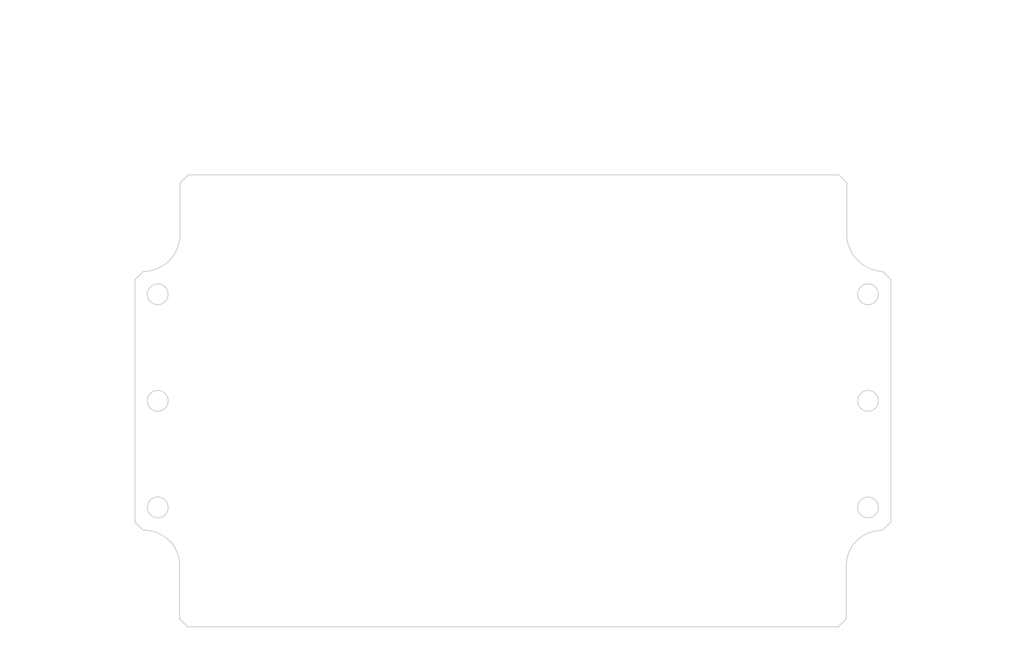
<source format=kicad_pcb>
(kicad_pcb (version 20221018) (generator pcbnew)

  (general
    (thickness 1.6)
  )

  (paper "A4")
  (layers
    (0 "F.Cu" signal)
    (31 "B.Cu" signal)
    (32 "B.Adhes" user "B.Adhesive")
    (33 "F.Adhes" user "F.Adhesive")
    (34 "B.Paste" user)
    (35 "F.Paste" user)
    (36 "B.SilkS" user "B.Silkscreen")
    (37 "F.SilkS" user "F.Silkscreen")
    (38 "B.Mask" user)
    (39 "F.Mask" user)
    (40 "Dwgs.User" user "User.Drawings")
    (41 "Cmts.User" user "User.Comments")
    (42 "Eco1.User" user "User.Eco1")
    (43 "Eco2.User" user "User.Eco2")
    (44 "Edge.Cuts" user)
    (45 "Margin" user)
    (46 "B.CrtYd" user "B.Courtyard")
    (47 "F.CrtYd" user "F.Courtyard")
    (48 "B.Fab" user)
    (49 "F.Fab" user)
  )

  (setup
    (pad_to_mask_clearance 0.051)
    (solder_mask_min_width 0.25)
    (pcbplotparams
      (layerselection 0x00010fc_ffffffff)
      (plot_on_all_layers_selection 0x0000000_00000000)
      (disableapertmacros false)
      (usegerberextensions false)
      (usegerberattributes false)
      (usegerberadvancedattributes false)
      (creategerberjobfile false)
      (dashed_line_dash_ratio 12.000000)
      (dashed_line_gap_ratio 3.000000)
      (svgprecision 4)
      (plotframeref false)
      (viasonmask false)
      (mode 1)
      (useauxorigin false)
      (hpglpennumber 1)
      (hpglpenspeed 20)
      (hpglpendiameter 15.000000)
      (dxfpolygonmode true)
      (dxfimperialunits true)
      (dxfusepcbnewfont true)
      (psnegative false)
      (psa4output false)
      (plotreference true)
      (plotvalue true)
      (plotinvisibletext false)
      (sketchpadsonfab false)
      (subtractmaskfromsilk false)
      (outputformat 1)
      (mirror false)
      (drillshape 1)
      (scaleselection 1)
      (outputdirectory "")
    )
  )

  (net 0 "")

  (gr_line (start 214.700643 153.836962) (end 215.177769 152.958127)
    (stroke (width 0.2) (type solid)) (layer "Dwgs.User") (tstamp 042aaaf4-6a1b-44f5-8902-902a322388ce))
  (gr_line (start 50.758364 65.917523) (end 50.758364 104.900565)
    (stroke (width 0.2) (type solid)) (layer "Dwgs.User") (tstamp 0829e7b8-eaed-4a33-8693-3f32d86141f5))
  (gr_line (start 80.222952 48.594571) (end 75.340595 48.594571)
    (stroke (width 0.2) (type solid)) (layer "Dwgs.User") (tstamp 0a7e2d0f-de6f-48cd-89f1-ce7e39902a8e))
  (gr_line (start 218.821947 87.458001) (end 242.996947 87.458001)
    (stroke (width 0.2) (type solid)) (layer "Dwgs.User") (tstamp 0c0288d5-e74d-4c08-9237-f87ec3fddd0f))
  (gr_line (start 78.821947 87.458001) (end 94.498517 87.458001)
    (stroke (width 0.2) (type solid)) (layer "Dwgs.User") (tstamp 139ceeca-1928-4f82-9b28-c2fe65ccf9c8))
  (gr_line (start 77.821947 87.548) (end 77.821947 87.368001)
    (stroke (width 0.2) (type solid)) (layer "Dwgs.User") (tstamp 27e40169-f9ad-442d-8bbf-d012ccac1107))
  (gr_line (start 224.006828 144.381409) (end 216.628195 137.817491)
    (stroke (width 0.2) (type solid)) (layer "Dwgs.User") (tstamp 2bf3130c-40d3-4511-8865-e5dd33768601))
  (gr_line (start 84.222952 58.069119) (end 148.62248 58.069119)
    (stroke (width 0.2) (type solid)) (layer "Dwgs.User") (tstamp 2c56870e-e759-4ce5-9745-95d33bc0016c))
  (gr_line (start 227.821947 89.458) (end 227.821947 94.400565)
    (stroke (width 0.2) (type solid)) (layer "Dwgs.User") (tstamp 30498143-edb0-4875-b500-e9b4be11af8e))
  (gr_line (start 62.670343 131.94815) (end 62.670343 116.058211)
    (stroke (width 0.2) (type solid)) (layer "Dwgs.User") (tstamp 3641a7de-db21-4388-b808-d9dfa01d5584))
  (gr_line (start 75.340595 32.728842) (end 133.484022 32.728842)
    (stroke (width 0.2) (type solid)) (layer "Dwgs.User") (tstamp 3936cb12-0382-4f30-a89a-14dba6c7b6ed))
  (gr_line (start 222.315404 83.55059) (end 222.315404 29.553842)
    (stroke (width 0.2) (type solid)) (layer "Dwgs.User") (tstamp 3d1ca330-0ed3-4ee0-b4f4-7129cc9606a0))
  (gr_line (start 217.821947 86.458001) (end 217.821947 43.196923)
    (stroke (width 0.2) (type solid)) (layer "Dwgs.User") (tstamp 45ad2105-02b6-4382-952d-bc24461253cc))
  (gr_line (start 82.810452 63.917523) (end 61.040203 63.917523)
    (stroke (width 0.2) (type solid)) (layer "Dwgs.User") (tstamp 4aed2e91-4005-4cf5-a6b5-83e223c816b6))
  (gr_line (start 64.215203 65.917523) (end 64.215203 69.891025)
    (stroke (width 0.2) (type solid)) (layer "Dwgs.User") (tstamp 4ca4e415-6bd6-44ec-9e19-43b9f51dd86c))
  (gr_line (start 77.821947 88.458) (end 77.821947 100.633)
    (stroke (width 0.2) (type solid)) (layer "Dwgs.User") (tstamp 59f5fabf-2bb3-48f2-a09b-9f16063e6862))
  (gr_line (start 91.323517 85.458001) (end 91.323517 79.245777)
    (stroke (width 0.2) (type solid)) (layer "Dwgs.User") (tstamp 5d181430-fea8-40c8-9094-dd02f97f3063))
  (gr_line (start 73.340595 83.55994) (end 73.340595 29.553842)
    (stroke (width 0.2) (type solid)) (layer "Dwgs.User") (tstamp 5ecff17c-4399-4998-97bd-3b106a95d408))
  (gr_line (start 218.821947 129.458) (end 242.996947 129.458)
    (stroke (width 0.2) (type solid)) (layer "Dwgs.User") (tstamp 642dc209-010e-4108-ac9e-84483a6ae053))
  (gr_line (start 215.17777 152.958127) (end 212.742124 152.204729)
    (stroke (width 0.2) (type solid)) (layer "Dwgs.User") (tstamp 66d592b2-df54-4e92-a8ab-ea2f7642e03c))
  (gr_line (start 62.670343 84.97244) (end 62.670343 108.94334)
    (stroke (width 0.2) (type solid)) (layer "Dwgs.User") (tstamp 6b73d427-de4b-4c1b-b189-d3a38cc482ac))
  (gr_line (start 82.712217 152.998478) (end 47.583364 152.998478)
    (stroke (width 0.2) (type solid)) (layer "Dwgs.User") (tstamp 6bb7ee54-3eb2-4dda-80c5-082a4f8b59aa))
  (gr_line (start 212.742124 152.204729) (end 214.700647 153.836961)
    (stroke (width 0.2) (type solid)) (layer "Dwgs.User") (tstamp 6f01976e-5cf2-4082-8f79-2fffdceeed50))
  (gr_line (start 77.731947 87.458001) (end 77.911947 87.458001)
    (stroke (width 0.2) (type solid)) (layer "Dwgs.User") (tstamp 746acf85-cbab-47b4-90aa-cd8b0ff3d3d1))
  (gr_line (start 226.006828 144.381409) (end 224.006828 144.381409)
    (stroke (width 0.2) (type solid)) (layer "Dwgs.User") (tstamp 753673dd-4d93-4000-be55-b91ebfa93712))
  (gr_line (start 88.263396 99.83785) (end 86.263396 99.83785)
    (stroke (width 0.2) (type solid)) (layer "Dwgs.User") (tstamp 7e5ea7d6-37c2-479e-a84b-18313d8029ec))
  (gr_line (start 77.821947 86.458001) (end 77.821947 43.196923)
    (stroke (width 0.2) (type solid)) (layer "Dwgs.User") (tstamp 8294de74-2864-43ba-a55f-be98f053cb56))
  (gr_line (start 239.821947 89.458) (end 239.821947 104.900565)
    (stroke (width 0.2) (type solid)) (layer "Dwgs.User") (tstamp 88394acc-188a-4b4a-85ff-7ef905f8a71e))
  (gr_line (start 82.222952 64.505023) (end 82.222952 45.419571)
    (stroke (width 0.2) (type solid)) (layer "Dwgs.User") (tstamp 8b77146c-0a69-4516-acd1-439f1b4b3843))
  (gr_line (start 218.821947 87.458001) (end 230.996947 87.458001)
    (stroke (width 0.2) (type solid)) (layer "Dwgs.User") (tstamp 92727e64-9fac-442b-9879-af514e08b434))
  (gr_line (start 73.928095 82.97244) (end 61.040203 82.97244)
    (stroke (width 0.2) (type solid)) (layer "Dwgs.User") (tstamp 977acbee-8271-4f35-8829-4095e8252ed8))
  (gr_line (start 218.821947 108.458) (end 230.996947 108.458)
    (stroke (width 0.2) (type solid)) (layer "Dwgs.User") (tstamp 9946dbfa-0d7c-4fe5-8c3f-06ee8b55a131))
  (gr_line (start 212.74212 152.204728) (end 214.700643 153.836962)
    (stroke (width 0.2) (type solid)) (layer "Dwgs.User") (tstamp 99a69209-3c2c-4d2d-911d-8d899f17900e))
  (gr_line (start 79.821947 46.371923) (end 135.662285 46.371923)
    (stroke (width 0.2) (type solid)) (layer "Dwgs.User") (tstamp 9c23c539-a62f-4fc5-ad14-b60809d4cfb5))
  (gr_line (start 91.323517 65.917523) (end 91.323517 72.129747)
    (stroke (width 0.2) (type solid)) (layer "Dwgs.User") (tstamp a587a92e-051c-4063-bdc8-d72b8817ac9b))
  (gr_line (start 239.821947 127.458) (end 239.821947 112.015436)
    (stroke (width 0.2) (type solid)) (layer "Dwgs.User") (tstamp aa2405b2-3322-4e44-8898-2a164db76763))
  (gr_line (start 220.315404 32.728842) (end 142.899848 32.728842)
    (stroke (width 0.2) (type solid)) (layer "Dwgs.User") (tstamp af124477-1ec0-4ed9-955e-263fa9368d82))
  (gr_line (start 82.222952 64.505023) (end 82.222952 54.894119)
    (stroke (width 0.2) (type solid)) (layer "Dwgs.User") (tstamp af8f58bf-1811-4b50-b35b-041ed23b1e43))
  (gr_line (start 71.340595 97.458) (end 69.340595 97.458)
    (stroke (width 0.2) (type solid)) (layer "Dwgs.User") (tstamp afae5b7a-3804-4949-94e6-c374a8d8e8b4))
  (gr_line (start 218.888524 155.541663) (end 221.388524 155.541663)
    (stroke (width 0.2) (type solid)) (layer "Dwgs.User") (tstamp b0b30c30-cd90-44f2-b47b-7b6eead7dcf8))
  (gr_line (start 79.821947 97.458) (end 81.821947 97.458)
    (stroke (width 0.2) (type solid)) (layer "Dwgs.User") (tstamp b4a1821e-dffc-42a1-a11f-87ea2172e87c))
  (gr_line (start 211.634105 58.069119) (end 157.710133 58.069119)
    (stroke (width 0.2) (type solid)) (layer "Dwgs.User") (tstamp b74e2433-6e24-470c-bebb-5c6744857ffc))
  (gr_line (start 86.263396 99.83785) (end 80.10358 90.80414)
    (stroke (width 0.2) (type solid)) (layer "Dwgs.User") (tstamp b7e43566-07af-4563-903d-4f768b10cb14))
  (gr_line (start 215.177769 152.958127) (end 212.74212 152.204728)
    (stroke (width 0.2) (type solid)) (layer "Dwgs.User") (tstamp bc1afcaf-6f59-4391-aceb-32a9be9a36a7))
  (gr_line (start 73.340595 48.594571) (end 69.383727 48.594571)
    (stroke (width 0.2) (type solid)) (layer "Dwgs.User") (tstamp c14efd1a-30b9-4153-b0b1-de9293f1b4dd))
  (gr_line (start 214.939206 153.397545) (end 212.74212 152.204728)
    (stroke (width 0.2) (type solid)) (layer "Dwgs.User") (tstamp c478a862-138a-4c98-a7d9-b3be3f8a9895))
  (gr_line (start 214.700647 153.836961) (end 215.17777 152.958127)
    (stroke (width 0.2) (type solid)) (layer "Dwgs.User") (tstamp c723b6bd-c48e-4a0b-abf3-73397df5e523))
  (gr_line (start 214.939206 153.397545) (end 218.888524 155.541663)
    (stroke (width 0.2) (type solid)) (layer "Dwgs.User") (tstamp d5e2158d-f60e-4ebb-b3f7-90a29930d429))
  (gr_line (start 213.634105 64.505023) (end 213.634105 54.894119)
    (stroke (width 0.2) (type solid)) (layer "Dwgs.User") (tstamp d9616b1f-3f41-410c-aa39-1b75906b74f7))
  (gr_line (start 227.821947 106.458) (end 227.821947 101.515436)
    (stroke (width 0.2) (type solid)) (layer "Dwgs.User") (tstamp ddbdbaf1-75d4-4f49-9023-a1ce554dea58))
  (gr_line (start 64.215203 80.97244) (end 64.215203 76.998938)
    (stroke (width 0.2) (type solid)) (layer "Dwgs.User") (tstamp e1910e92-5d43-45e1-88cf-697b48937ae8))
  (gr_line (start 215.821947 46.371923) (end 145.072313 46.371923)
    (stroke (width 0.2) (type solid)) (layer "Dwgs.User") (tstamp e1ece747-3305-4dd1-9f27-8d8925b7fa6f))
  (gr_line (start 50.758364 150.998478) (end 50.758364 112.015436)
    (stroke (width 0.2) (type solid)) (layer "Dwgs.User") (tstamp e4da064a-2d78-4939-9660-e66017f9c21b))
  (gr_line (start 82.810452 63.917523) (end 47.583364 63.917523)
    (stroke (width 0.2) (type solid)) (layer "Dwgs.User") (tstamp f0631cec-5f24-4a0c-b54f-ba304d9f54ac))
  (gr_line (start 73.340595 83.55994) (end 73.340595 45.419571)
    (stroke (width 0.2) (type solid)) (layer "Dwgs.User") (tstamp f0a8d481-3b34-4699-888e-b1bb4775e775))
  (gr_line (start 73.928095 82.97244) (end 59.495343 82.97244)
    (stroke (width 0.2) (type solid)) (layer "Dwgs.User") (tstamp f735d498-b6aa-4ea6-b8f2-33b9a743dabc))
  (gr_line (start 73.928095 133.94815) (end 59.495343 133.94815)
    (stroke (width 0.2) (type solid)) (layer "Dwgs.User") (tstamp f7d66751-0974-48f4-a626-78897f885192))
  (gr_line (start 82.222952 65.505023) (end 82.222952 75.654261)
    (stroke (width 0.2) (type solid)) (layer "Edge.Cuts") (tstamp 008c8e5d-6de9-424b-b4b9-a90e74aa69db))
  (gr_line (start 213.634105 65.505023) (end 212.046605 63.917523)
    (stroke (width 0.2) (type solid)) (layer "Edge.Cuts") (tstamp 040240d0-65dd-435d-8c0d-65893c88f8af))
  (gr_line (start 212.046605 63.917523) (end 83.810452 63.917523)
    (stroke (width 0.2) (type solid)) (layer "Edge.Cuts") (tstamp 0d22c08e-ee0e-442e-bc0a-3b89d4aee79f))
  (gr_line (start 222.315404 132.361252) (end 222.315404 84.55059)
    (stroke (width 0.2) (type solid)) (layer "Edge.Cuts") (tstamp 0f23b38d-3df5-4746-b528-b77907f34e12))
  (gr_line (start 222.315404 84.55059) (end 220.727904 82.96309)
    (stroke (width 0.2) (type solid)) (layer "Edge.Cuts") (tstamp 14544bdd-b704-4296-96c7-9d2c749581f3))
  (gr_line (start 213.53587 151.410978) (end 213.53587 141.467468)
    (stroke (width 0.2) (type solid)) (layer "Edge.Cuts") (tstamp 19b73804-c591-47a8-8c4e-58190c4192cb))
  (gr_line (start 83.712217 152.998478) (end 211.94837 152.998478)
    (stroke (width 0.2) (type solid)) (layer "Edge.Cuts") (tstamp 26b37dd6-5a68-47d9-8819-abfcc8cc63d4))
  (gr_arc (start 79.284992 81.497545) (mid 77.220672 82.572131) (end 74.928095 82.97244)
    (stroke (width 0.2) (type solid)) (layer "Edge.Cuts") (tstamp 2a4c60aa-0269-4a42-9066-f98c974a7c00))
  (gr_circle (center 77.821947 129.458) (end 79.871947 129.458)
    (stroke (width 0.2) (type solid)) (fill none) (layer "Edge.Cuts") (tstamp 35a5555b-6d14-418b-bc62-6c3257aef876))
  (gr_line (start 211.94837 152.998478) (end 213.53587 151.410978)
    (stroke (width 0.2) (type solid)) (layer "Edge.Cuts") (tstamp 62e1966e-3dff-41f4-94d6-64582fa65fab))
  (gr_circle (center 77.821947 108.458) (end 79.871947 108.458)
    (stroke (width 0.2) (type solid)) (fill none) (layer "Edge.Cuts") (tstamp 66950b99-1612-4a32-93f3-4f7c3731fa71))
  (gr_line (start 213.634105 75.889593) (end 213.634105 65.505023)
    (stroke (width 0.2) (type solid)) (layer "Edge.Cuts") (tstamp 67bc8b32-c099-44dc-9079-cd5e4c8703f2))
  (gr_circle (center 77.821947 87.458001) (end 79.871947 87.458001)
    (stroke (width 0.2) (type solid)) (fill none) (layer "Edge.Cuts") (tstamp 6d8de46d-72bf-4918-909c-510b85bff105))
  (gr_circle (center 217.821947 87.458001) (end 219.871947 87.458001)
    (stroke (width 0.2) (type solid)) (fill none) (layer "Edge.Cuts") (tstamp 7c8723d8-345e-4d12-bfdd-7bab8967f59b))
  (gr_line (start 74.928095 82.97244) (end 73.340595 84.55994)
    (stroke (width 0.2) (type solid)) (layer "Edge.Cuts") (tstamp 88c3d712-a791-4d4b-aeb7-3f9f0d8c8c11))
  (gr_line (start 73.340595 132.36065) (end 74.928095 133.94815)
    (stroke (width 0.2) (type solid)) (layer "Edge.Cuts") (tstamp 89c411d0-db65-476f-9b45-998e1beb92f4))
  (gr_line (start 83.810452 63.917523) (end 82.222952 65.505023)
    (stroke (width 0.2) (type solid)) (layer "Edge.Cuts") (tstamp 8b7b3af3-5e08-4e0c-8d81-996e3c9747d8))
  (gr_arc (start 215.102886 136.523257) (mid 217.640544 134.635484) (end 220.727904 133.948752)
    (stroke (width 0.2) (type solid)) (layer "Edge.Cuts") (tstamp 9417fb64-6407-4aeb-8730-e37e44b85667))
  (gr_line (start 220.727904 133.948752) (end 222.315404 132.361252)
    (stroke (width 0.2) (type solid)) (layer "Edge.Cuts") (tstamp 98d6b4f3-5453-4ddd-827f-4e1455ea481e))
  (gr_arc (start 213.660677 76.514793) (mid 213.640751 76.202475) (end 213.634105 75.889593)
    (stroke (width 0.2) (type solid)) (layer "Edge.Cuts") (tstamp c4d008cb-1d60-439f-b21c-883257011ae2))
  (gr_line (start 82.124717 141.404347) (end 82.124717 151.410978)
    (stroke (width 0.2) (type solid)) (layer "Edge.Cuts") (tstamp cc8a4514-cd03-43cc-9192-d03b3e4d6013))
  (gr_arc (start 213.53587 141.467468) (mid 213.869768 138.852863) (end 215.102885 136.523257)
    (stroke (width 0.2) (type solid)) (layer "Edge.Cuts") (tstamp ce0db287-2df5-47cf-8f54-0ab6aa7a6945))
  (gr_arc (start 220.727903 82.963091) (mid 216.050765 80.992226) (end 213.660677 76.514793)
    (stroke (width 0.2) (type solid)) (layer "Edge.Cuts") (tstamp d116858f-3459-498d-b7cb-510cefa1699d))
  (gr_circle (center 217.821947 108.458) (end 219.871947 108.458)
    (stroke (width 0.2) (type solid)) (fill none) (layer "Edge.Cuts") (tstamp d1641398-ca1e-4155-b136-77ae71f52674))
  (gr_arc (start 82.222952 75.654261) (mid 81.436481 78.919063) (end 79.284993 81.497545)
    (stroke (width 0.2) (type solid)) (layer "Edge.Cuts") (tstamp d6236890-05b1-4d3d-9f3e-fd6411e7bdb0))
  (gr_line (start 73.340595 84.55994) (end 73.340595 132.36065)
    (stroke (width 0.2) (type solid)) (layer "Edge.Cuts") (tstamp e21ac005-a439-4d27-8352-88611b052bd8))
  (gr_line (start 82.124717 151.410978) (end 83.712217 152.998478)
    (stroke (width 0.2) (type solid)) (layer "Edge.Cuts") (tstamp e2986d95-ef18-4096-bfd4-8c0f8be3e680))
  (gr_arc (start 80.675027 136.619102) (mid 81.818423 138.884924) (end 82.124717 141.404347)
    (stroke (width 0.2) (type solid)) (layer "Edge.Cuts") (tstamp e3f12765-a53b-42c6-86d8-b775ff9fe37c))
  (gr_arc (start 74.928095 133.948151) (mid 78.094707 134.652881) (end 80.675027 136.619102)
    (stroke (width 0.2) (type solid)) (layer "Edge.Cuts") (tstamp fc8ef503-3e8f-47f1-85cf-a798b0d38c8c))
  (gr_circle (center 217.821947 129.458) (end 219.871947 129.458)
    (stroke (width 0.2) (type solid)) (fill none) (layer "Edge.Cuts") (tstamp fccfd570-2870-429b-8213-798f23716f11))
  (gr_text " 140.00" (at 140.367299 44.703949) (layer "Dwgs.User") (tstamp 009eeb97-fdf9-47ad-87e6-5f1dc552fb04)
    (effects (font (size 1.7 1.53) (thickness 0.2125)))
  )
  (gr_text "[R0.30]" (at 230.477599 146.27087) (layer "Dwgs.User") (tstamp 08ae8abe-0d35-4968-ba5b-556f41554ea7)
    (effects (font (size 1.7 1.53) (thickness 0.2125)))
  )
  (gr_text "[.35]" (at 65.99488 50.484032) (layer "Dwgs.User") (tstamp 3660f8bf-2ac7-4d33-a144-d7b6c71aaa95)
    (effects (font (size 1.7 1.53) (thickness 0.2125)))
  )
  (gr_text "[5.17]" (at 153.166306 59.95858) (layer "Dwgs.User") (tstamp 3a3a67b2-d23f-47b2-8017-01f0a699bcc5)
    (effects (font (size 1.7 1.53) (thickness 0.2125)))
  )
  (gr_text "[3.51]" (at 50.758364 110.347462) (layer "Dwgs.User") (tstamp 4a532ec5-585f-4bb7-8118-b23240de0700)
    (effects (font (size 1.7 1.53) (thickness 0.2125)))
  )
  (gr_text " 42.00" (at 239.821947 106.790026) (layer "Dwgs.User") (tstamp 5053a66e-16d3-46f8-8898-b153b59a53ed)
    (effects (font (size 1.7 1.53) (thickness 0.2125)))
  )
  (gr_text " 131.41" (at 153.166306 56.400565) (layer "Dwgs.User") (tstamp 5245cf6a-f593-4994-b5da-d9b40237eab1)
    (effects (font (size 1.7 1.53) (thickness 0.2125)))
  )
  (gr_text " 4.48" (at 65.951748 95.790026) (layer "Dwgs.User") (tstamp 5620e386-420f-4cd5-9c3e-41c55e363efa)
    (effects (font (size 1.7 1.53) (thickness 0.2125)))
  )
  (gr_text " R7.57" (at 230.477599 142.716914) (layer "Dwgs.User") (tstamp 5e520639-78cb-4f36-bf24-556509bc8460)
    (effects (font (size 1.7 1.53) (thickness 0.2125)))
  )
  (gr_text "[5.87]" (at 138.191935 34.618303) (layer "Dwgs.User") (tstamp 6273d7fd-0e9c-472f-9110-87058dcb0319)
    (effects (font (size 1.7 1.53) (thickness 0.2125)))
  )
  (gr_text "[.18]" (at 65.951748 99.347462) (layer "Dwgs.User") (tstamp 6d8bdcdc-fd66-413b-8e18-6edba6c861d7)
    (effects (font (size 1.7 1.53) (thickness 0.2125)))
  )
  (gr_text "[.83]" (at 227.821947 99.847462) (layer "Dwgs.User") (tstamp 6dfe2445-71c7-4720-8ef1-6241878359e0)
    (effects (font (size 1.7 1.53) (thickness 0.2125)))
  )
  (gr_text " 21.00" (at 227.821947 96.290026) (layer "Dwgs.User") (tstamp 6f7e20db-7d37-462a-9d04-6e69151eff9a)
    (effects (font (size 1.7 1.53) (thickness 0.2125)))
  )
  (gr_text "[5.51]" (at 140.367299 48.261384) (layer "Dwgs.User") (tstamp 7b1ade95-6e48-4ca0-93da-64060c4d7cd5)
    (effects (font (size 1.7 1.53) (thickness 0.2125)))
  )
  (gr_text " 19.05" (at 64.215203 71.777008) (layer "Dwgs.User") (tstamp 821247f6-013c-4301-b874-e4bc2587ed9d)
    (effects (font (size 1.7 1.53) (thickness 0.2125)))
  )
  (gr_text " 8.88" (at 65.99488 46.926597) (layer "Dwgs.User") (tstamp 951fc284-b882-4108-836a-cc93cb4cc368)
    (effects (font (size 1.7 1.53) (thickness 0.2125)))
  )
  (gr_text " 23.54" (at 91.323517 74.019208) (layer "Dwgs.User") (tstamp a6c88d30-3fc3-496c-af43-5255423216d5)
    (effects (font (size 1.7 1.53) (thickness 0.2125)))
  )
  (gr_text " ∅4.10\n[∅0.16]" (at 92.800265 99.83785) (layer "Dwgs.User") (tstamp afd47bcb-0909-457c-bbfe-32a5f9ee02fb)
    (effects (font (size 1.7 1.53) (thickness 0.2125)))
  )
  (gr_text "1.59 X 45.0° Chamfer" (at 222.459165 156.420817) (layer "Dwgs.User") (tstamp b4f61073-3c23-4ab1-83f4-0225413b691e)
    (effects (font (size 1.7 1.53) (thickness 0.2125)) (justify left bottom))
  )
  (gr_text "[.75]" (at 64.215203 75.330964) (layer "Dwgs.User") (tstamp b5992abe-256d-4b5d-b9fe-2a759e57b0f9)
    (effects (font (size 1.7 1.53) (thickness 0.2125)))
  )
  (gr_text " 89.08" (at 50.758364 106.790026) (layer "Dwgs.User") (tstamp bb4afdaa-39ee-473f-bb12-31fbd207337a)
    (effects (font (size 1.7 1.53) (thickness 0.2125)))
  )
  (gr_text "[1.65]" (at 239.821947 110.347462) (layer "Dwgs.User") (tstamp bdba6598-b288-4454-9bbd-acd406e7fd7c)
    (effects (font (size 1.7 1.53) (thickness 0.2125)))
  )
  (gr_text "[2.01]" (at 62.670343 114.390236) (layer "Dwgs.User") (tstamp cf0eba20-fb5f-4d14-9b5e-c2293f01adad)
    (effects (font (size 1.7 1.53) (thickness 0.2125)))
  )
  (gr_text " 50.98" (at 62.670343 110.832801) (layer "Dwgs.User") (tstamp e2e8821c-8ac6-4917-a78b-224ddc5fe338)
    (effects (font (size 1.7 1.53) (thickness 0.2125)))
  )
  (gr_text " 148.97" (at 138.191935 31.060868) (layer "Dwgs.User") (tstamp e46431b2-6db9-459b-8657-c2b30b7008d4)
    (effects (font (size 1.7 1.53) (thickness 0.2125)))
  )
  (gr_text "[.93]" (at 91.323517 77.577223) (layer "Dwgs.User") (tstamp ffb111b0-3eb4-46ca-b155-516757a688e7)
    (effects (font (size 1.7 1.53) (thickness 0.2125)))
  )

)

</source>
